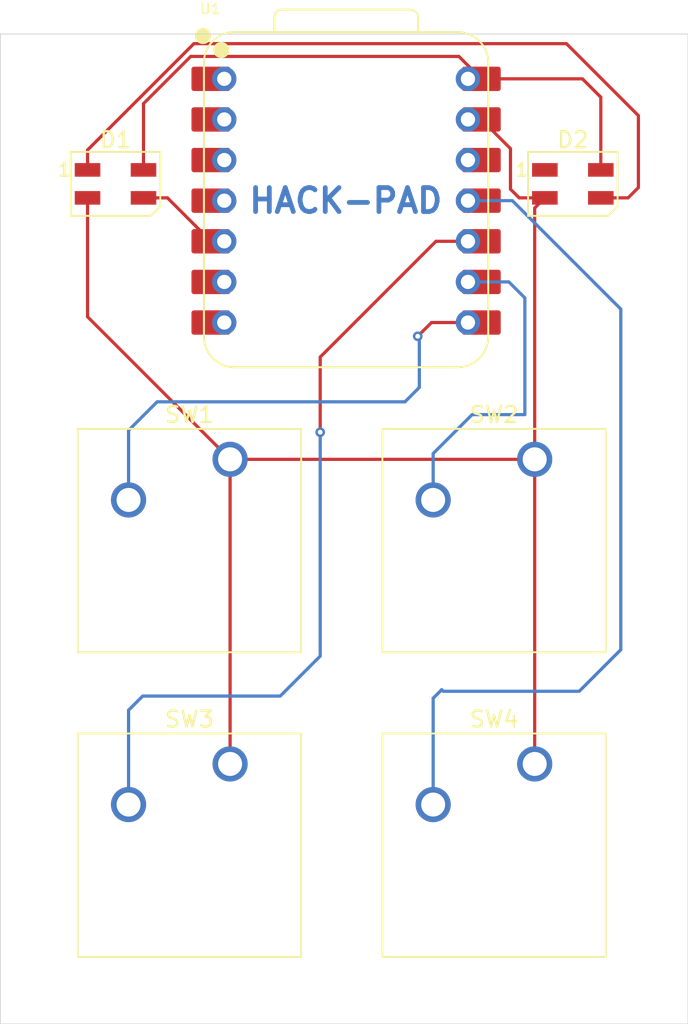
<source format=kicad_pcb>
(kicad_pcb (version 20241229) (generator "pcbnew") (generator_version "9.0")
  (layers (0 "F.Cu" signal) (2 "B.Cu" signal) (13 "F.Paste" user) (15 "B.Paste" user) (5 "F.SilkS" user "F.Silkscreen") (7 "B.SilkS" user "B.Silkscreen") (1 "F.Mask" user) (3 "B.Mask" user) (25 "Edge.Cuts" user))
  (net 0 "")
  (net 1 "GND")
  (net 2 "Net-(D1-DOUT)")
  (net 3 "+5V")
  (net 4 "Net-(D1-DIN)")
  (net 6 "Net-(U1-GPIO1{slash}RX)")
  (net 7 "Net-(U1-GPIO2{slash}SCK)")
  (net 8 "Net-(U1-GPIO4{slash}MISO)")
  (net 9 "Net-(U1-GPIO3{slash}MOSI)")
  (footprint "LED_SMD:LED_SK6812MINI_PLCC4_3.5x3.5mm_P1.75mm" (layer "F.Cu") (at 147.8 82.46875)
    (property "Reference" "D2" (at 0 -2.75 0) (layer "F.SilkS"))
    (property "Value" "SK6812MINI")
    (fp_line (start -2.8 -2) (end -2.8 2) (stroke (width 0.12)) (layer "F.SilkS"))
    (fp_line (start -2.8 -2) (end 2.8 -2) (stroke (width 0.12)) (layer "F.SilkS"))
    (fp_line (start -2.8 2) (end 2.2 2) (stroke (width 0.12)) (layer "F.SilkS"))
    (fp_line (start 2.8 1.4) (end 2.2 2) (stroke (width 0.12)) (layer "F.SilkS"))
    (fp_line (start 2.8 1.4) (end 2.8 -2) (stroke (width 0.12)) (layer "F.SilkS"))
    (fp_text user "1" (at -3.2 -0.875 0) (layer "F.SilkS") (effects (font (size 0.8 0.8))))
    (pad "1" smd rect (at -1.75 -0.875) (size 1.6 0.85) (layers "F.Cu" "F.Mask" "F.Paste"))
    (pad "2" smd rect (at -1.75 0.875) (size 1.6 0.85) (layers "F.Cu" "F.Mask" "F.Paste") (net 1 "GND"))
    (pad "3" smd rect (at 1.75 0.875) (size 1.6 0.85) (layers "F.Cu" "F.Mask" "F.Paste") (net 2 "Net-(D1-DOUT)"))
    (pad "4" smd rect (at 1.75 -0.875) (size 1.6 0.85) (layers "F.Cu" "F.Mask" "F.Paste") (net 3 "+5V"))
  )
  (footprint "Button_Switch_Keyboard:SW_Cherry_MX_1.00u_PCB" (layer "F.Cu") (at 126.365 99.695)
    (property "Reference" "SW1" (at -2.54 -2.794 0) (layer "F.SilkS"))
    (property "Value" "SW_Push")
    (fp_line (start -9.525 -1.905) (end 4.445 -1.905) (stroke (width 0.12)) (layer "F.SilkS"))
    (fp_line (start -9.525 12.065) (end -9.525 -1.905) (stroke (width 0.12)) (layer "F.SilkS"))
    (fp_line (start 4.445 -1.905) (end 4.445 12.065) (stroke (width 0.12)) (layer "F.SilkS"))
    (fp_line (start 4.445 12.065) (end -9.525 12.065) (stroke (width 0.12)) (layer "F.SilkS"))
    (pad "" np_thru_hole circle (at -7.62 5.08) (size 1.7 1.7) (drill 1.7) (layers "*.Cu" "*.Mask"))
    (pad "" np_thru_hole circle (at -2.54 5.08) (size 4 4) (drill 4) (layers "*.Cu" "*.Mask"))
    (pad "" np_thru_hole circle (at 2.54 5.08) (size 1.7 1.7) (drill 1.7) (layers "*.Cu" "*.Mask"))
    (pad "1" thru_hole circle (at 0 0) (size 2.2 2.2) (drill 1.5) (layers "*.Cu" "*.Mask") (net 1 "GND"))
    (pad "2" thru_hole circle (at -6.35 2.54) (size 2.2 2.2) (drill 1.5) (layers "*.Cu" "*.Mask") (net 6 "Net-(U1-GPIO1{slash}RX)"))
  )
  (footprint "Button_Switch_Keyboard:SW_Cherry_MX_1.00u_PCB" (layer "F.Cu") (at 145.415 99.695)
    (property "Reference" "SW2" (at -2.54 -2.794 0) (layer "F.SilkS"))
    (property "Value" "SW_Push")
    (fp_line (start -9.525 -1.905) (end 4.445 -1.905) (stroke (width 0.12)) (layer "F.SilkS"))
    (fp_line (start -9.525 12.065) (end -9.525 -1.905) (stroke (width 0.12)) (layer "F.SilkS"))
    (fp_line (start 4.445 -1.905) (end 4.445 12.065) (stroke (width 0.12)) (layer "F.SilkS"))
    (fp_line (start 4.445 12.065) (end -9.525 12.065) (stroke (width 0.12)) (layer "F.SilkS"))
    (pad "" np_thru_hole circle (at -7.62 5.08) (size 1.7 1.7) (drill 1.7) (layers "*.Cu" "*.Mask"))
    (pad "" np_thru_hole circle (at -2.54 5.08) (size 4 4) (drill 4) (layers "*.Cu" "*.Mask"))
    (pad "" np_thru_hole circle (at 2.54 5.08) (size 1.7 1.7) (drill 1.7) (layers "*.Cu" "*.Mask"))
    (pad "1" thru_hole circle (at 0 0) (size 2.2 2.2) (drill 1.5) (layers "*.Cu" "*.Mask") (net 1 "GND"))
    (pad "2" thru_hole circle (at -6.35 2.54) (size 2.2 2.2) (drill 1.5) (layers "*.Cu" "*.Mask") (net 7 "Net-(U1-GPIO2{slash}SCK)"))
  )
  (footprint "Button_Switch_Keyboard:SW_Cherry_MX_1.00u_PCB" (layer "F.Cu") (at 126.365 118.745)
    (property "Reference" "SW3" (at -2.54 -2.794 0) (layer "F.SilkS"))
    (property "Value" "SW_Push")
    (fp_line (start -9.525 -1.905) (end 4.445 -1.905) (stroke (width 0.12)) (layer "F.SilkS"))
    (fp_line (start -9.525 12.065) (end -9.525 -1.905) (stroke (width 0.12)) (layer "F.SilkS"))
    (fp_line (start 4.445 -1.905) (end 4.445 12.065) (stroke (width 0.12)) (layer "F.SilkS"))
    (fp_line (start 4.445 12.065) (end -9.525 12.065) (stroke (width 0.12)) (layer "F.SilkS"))
    (pad "" np_thru_hole circle (at -7.62 5.08) (size 1.7 1.7) (drill 1.7) (layers "*.Cu" "*.Mask"))
    (pad "" np_thru_hole circle (at -2.54 5.08) (size 4 4) (drill 4) (layers "*.Cu" "*.Mask"))
    (pad "" np_thru_hole circle (at 2.54 5.08) (size 1.7 1.7) (drill 1.7) (layers "*.Cu" "*.Mask"))
    (pad "1" thru_hole circle (at 0 0) (size 2.2 2.2) (drill 1.5) (layers "*.Cu" "*.Mask") (net 1 "GND"))
    (pad "2" thru_hole circle (at -6.35 2.54) (size 2.2 2.2) (drill 1.5) (layers "*.Cu" "*.Mask") (net 8 "Net-(U1-GPIO4{slash}MISO)"))
  )
  (footprint "Button_Switch_Keyboard:SW_Cherry_MX_1.00u_PCB" (layer "F.Cu") (at 145.415 118.745)
    (property "Reference" "SW4" (at -2.54 -2.794 0) (layer "F.SilkS"))
    (property "Value" "SW_Push")
    (fp_line (start -9.525 -1.905) (end 4.445 -1.905) (stroke (width 0.12)) (layer "F.SilkS"))
    (fp_line (start -9.525 12.065) (end -9.525 -1.905) (stroke (width 0.12)) (layer "F.SilkS"))
    (fp_line (start 4.445 -1.905) (end 4.445 12.065) (stroke (width 0.12)) (layer "F.SilkS"))
    (fp_line (start 4.445 12.065) (end -9.525 12.065) (stroke (width 0.12)) (layer "F.SilkS"))
    (pad "" np_thru_hole circle (at -7.62 5.08) (size 1.7 1.7) (drill 1.7) (layers "*.Cu" "*.Mask"))
    (pad "" np_thru_hole circle (at -2.54 5.08) (size 4 4) (drill 4) (layers "*.Cu" "*.Mask"))
    (pad "" np_thru_hole circle (at 2.54 5.08) (size 1.7 1.7) (drill 1.7) (layers "*.Cu" "*.Mask"))
    (pad "1" thru_hole circle (at 0 0) (size 2.2 2.2) (drill 1.5) (layers "*.Cu" "*.Mask") (net 1 "GND"))
    (pad "2" thru_hole circle (at -6.35 2.54) (size 2.2 2.2) (drill 1.5) (layers "*.Cu" "*.Mask") (net 9 "Net-(U1-GPIO3{slash}MOSI)"))
  )
  (footprint "LED_SMD:LED_SK6812MINI_PLCC4_3.5x3.5mm_P1.75mm" (layer "F.Cu") (at 119.2 82.46875)
    (property "Reference" "D1" (at 0 -2.75 0) (layer "F.SilkS"))
    (property "Value" "SK6812MINI")
    (fp_line (start -2.8 -2) (end -2.8 2) (stroke (width 0.12)) (layer "F.SilkS"))
    (fp_line (start -2.8 -2) (end 2.8 -2) (stroke (width 0.12)) (layer "F.SilkS"))
    (fp_line (start -2.8 2) (end 2.2 2) (stroke (width 0.12)) (layer "F.SilkS"))
    (fp_line (start 2.8 1.4) (end 2.2 2) (stroke (width 0.12)) (layer "F.SilkS"))
    (fp_line (start 2.8 1.4) (end 2.8 -2) (stroke (width 0.12)) (layer "F.SilkS"))
    (fp_text user "1" (at -3.2 -0.875 0) (layer "F.SilkS") (effects (font (size 0.8 0.8))))
    (pad "1" smd rect (at -1.75 -0.875) (size 1.6 0.85) (layers "F.Cu" "F.Mask" "F.Paste") (net 2 "Net-(D1-DOUT)"))
    (pad "2" smd rect (at -1.75 0.875) (size 1.6 0.85) (layers "F.Cu" "F.Mask" "F.Paste") (net 1 "GND"))
    (pad "3" smd rect (at 1.75 0.875) (size 1.6 0.85) (layers "F.Cu" "F.Mask" "F.Paste") (net 4 "Net-(D1-DIN)"))
    (pad "4" smd rect (at 1.75 -0.875) (size 1.6 0.85) (layers "F.Cu" "F.Mask" "F.Paste") (net 3 "+5V"))
  )
  (footprint "OPL:XIAO-RP2040-DIP" (layer "F.Cu") (at 133.62 83.52)
    (property "Reference" "U1" (at -8.5 -12 0) (layer "F.SilkS") (effects (font (size 0.635 0.635) (thickness 0.1016))))
    (property "Value" "XIAO-RP2040-DIP")
    (fp_line (start -8.89 8.509) (end -8.89 -8.636) (stroke (width 0.127)) (layer "F.SilkS"))
    (fp_line (start -6.985 10.414) (end 6.985 10.414) (stroke (width 0.127)) (layer "F.SilkS"))
    (fp_line (start -4.495 -10.541) (end -4.491272 -11.451272) (stroke (width 0.127)) (layer "F.SilkS"))
    (fp_line (start -3.991272 -11.951) (end 4.004 -11.951) (stroke (width 0.127)) (layer "F.SilkS"))
    (fp_line (start 4.504 -11.451) (end 4.504 -10.541) (stroke (width 0.127)) (layer "F.SilkS"))
    (fp_line (start 6.985 -10.541) (end -6.985 -10.541) (stroke (width 0.1)) (layer "F.SilkS"))
    (fp_line (start 6.985 -10.541) (end -6.985 -10.541) (stroke (width 0.127)) (layer "F.SilkS"))
    (fp_line (start 8.89 8.509) (end 8.89 -8.636) (stroke (width 0.127)) (layer "F.SilkS"))
    (fp_arc (start -8.89 -8.636) (mid -8.332038 -9.983038) (end -6.985 -10.541) (stroke (width 0.127)) (layer "F.SilkS"))
    (fp_arc (start -6.985 10.414) (mid -8.332038 9.856038) (end -8.89 8.509) (stroke (width 0.127)) (layer "F.SilkS"))
    (fp_arc (start -4.491272 -11.451272) (mid -4.344728 -11.80464) (end -3.991272 -11.951) (stroke (width 0.127)) (layer "F.SilkS"))
    (fp_arc (start 4.004 -11.951) (mid 4.357553 -11.804553) (end 4.504 -11.451) (stroke (width 0.127)) (layer "F.SilkS"))
    (fp_arc (start 6.985 -10.541) (mid 8.332038 -9.983038) (end 8.89 -8.636) (stroke (width 0.127)) (layer "F.SilkS"))
    (fp_arc (start 8.89 8.509) (mid 8.332038 9.856038) (end 6.985 10.414) (stroke (width 0.127)) (layer "F.SilkS"))
    (fp_circle (center -8.95 -10.3) (end -8.95 -10.554) (stroke (width 0.5)) (fill yes) (layer "F.SilkS"))
    (fp_circle (center -7.807 -9.42) (end -7.807 -9.674) (stroke (width 0.5)) (fill yes) (layer "F.SilkS"))
    (pad "1" smd roundrect (at -8.455 -7.62 180) (size 2.432 1.524) (layers "F.Cu" "F.Mask") (roundrect_rratio 0.1))
    (pad "1" thru_hole circle (at -7.62 -7.62 180) (size 1.524 1.524) (drill 0.889) (layers "*.Cu" "*.Mask"))
    (pad "2" smd roundrect (at -8.455 -5.08 180) (size 2.432 1.524) (layers "F.Cu" "F.Mask") (roundrect_rratio 0.1))
    (pad "2" thru_hole circle (at -7.62 -5.08 180) (size 1.524 1.524) (drill 0.889) (layers "*.Cu" "*.Mask"))
    (pad "3" smd roundrect (at -8.455 -2.54 180) (size 2.432 1.524) (layers "F.Cu" "F.Mask") (roundrect_rratio 0.1))
    (pad "3" thru_hole circle (at -7.62 -2.54 180) (size 1.524 1.524) (drill 0.889) (layers "*.Cu" "*.Mask"))
    (pad "4" smd roundrect (at -8.455 0 180) (size 2.432 1.524) (layers "F.Cu" "F.Mask") (roundrect_rratio 0.1))
    (pad "4" thru_hole circle (at -7.62 0 180) (size 1.524 1.524) (drill 0.889) (layers "*.Cu" "*.Mask"))
    (pad "5" smd roundrect (at -8.455 2.54 180) (size 2.432 1.524) (layers "F.Cu" "F.Mask") (roundrect_rratio 0.1) (net 4 "Net-(D1-DIN)"))
    (pad "5" thru_hole circle (at -7.62 2.54 180) (size 1.524 1.524) (drill 0.889) (layers "*.Cu" "*.Mask") (net 4 "Net-(D1-DIN)"))
    (pad "6" smd roundrect (at -8.455 5.08 180) (size 2.432 1.524) (layers "F.Cu" "F.Mask") (roundrect_rratio 0.1))
    (pad "6" thru_hole circle (at -7.62 5.08 180) (size 1.524 1.524) (drill 0.889) (layers "*.Cu" "*.Mask"))
    (pad "7" smd roundrect (at -8.455 7.62 180) (size 2.432 1.524) (layers "F.Cu" "F.Mask") (roundrect_rratio 0.1))
    (pad "7" thru_hole circle (at -7.62 7.62 180) (size 1.524 1.524) (drill 0.889) (layers "*.Cu" "*.Mask"))
    (pad "8" thru_hole circle (at 7.62 7.62) (size 1.524 1.524) (drill 0.889) (layers "*.Cu" "*.Mask") (net 6 "Net-(U1-GPIO1{slash}RX)"))
    (pad "8" smd roundrect (at 8.455 7.62) (size 2.432 1.524) (layers "F.Cu" "F.Mask") (roundrect_rratio 0.1) (net 6 "Net-(U1-GPIO1{slash}RX)"))
    (pad "9" thru_hole circle (at 7.62 5.08) (size 1.524 1.524) (drill 0.889) (layers "*.Cu" "*.Mask") (net 7 "Net-(U1-GPIO2{slash}SCK)"))
    (pad "9" smd roundrect (at 8.455 5.08) (size 2.432 1.524) (layers "F.Cu" "F.Mask") (roundrect_rratio 0.1) (net 7 "Net-(U1-GPIO2{slash}SCK)"))
    (pad "10" thru_hole circle (at 7.62 2.54) (size 1.524 1.524) (drill 0.889) (layers "*.Cu" "*.Mask") (net 8 "Net-(U1-GPIO4{slash}MISO)"))
    (pad "10" smd roundrect (at 8.455 2.54) (size 2.432 1.524) (layers "F.Cu" "F.Mask") (roundrect_rratio 0.1) (net 8 "Net-(U1-GPIO4{slash}MISO)"))
    (pad "11" thru_hole circle (at 7.62 0) (size 1.524 1.524) (drill 0.889) (layers "*.Cu" "*.Mask") (net 9 "Net-(U1-GPIO3{slash}MOSI)"))
    (pad "11" smd roundrect (at 8.455 0) (size 2.432 1.524) (layers "F.Cu" "F.Mask") (roundrect_rratio 0.1) (net 9 "Net-(U1-GPIO3{slash}MOSI)"))
    (pad "12" thru_hole circle (at 7.62 -2.54) (size 1.524 1.524) (drill 0.889) (layers "*.Cu" "*.Mask"))
    (pad "12" smd roundrect (at 8.455 -2.54) (size 2.432 1.524) (layers "F.Cu" "F.Mask") (roundrect_rratio 0.1))
    (pad "13" thru_hole circle (at 7.62 -5.08) (size 1.524 1.524) (drill 0.889) (layers "*.Cu" "*.Mask") (net 1 "GND"))
    (pad "13" smd roundrect (at 8.455 -5.08) (size 2.432 1.524) (layers "F.Cu" "F.Mask") (roundrect_rratio 0.1) (net 1 "GND"))
    (pad "14" thru_hole circle (at 7.62 -7.62) (size 1.524 1.524) (drill 0.889) (layers "*.Cu" "*.Mask") (net 3 "+5V"))
    (pad "14" smd roundrect (at 8.455 -7.62) (size 2.432 1.524) (layers "F.Cu" "F.Mask") (roundrect_rratio 0.1) (net 3 "+5V"))
  )
  (gr_rect (start 112 73.1) (end 155 135) (stroke (width 0.05)) (fill no) (layer "Edge.Cuts"))
  (gr_text "HACK-PAD" (at 139.8 84.4 -0) (layer "B.Cu") (effects (font (size 1.5 1.5) (thickness 0.3) (bold yes)) (justify right bottom)))
  (segment (start 126.365 99.695) (end 117.45 90.78) (width 0.2) (layer "F.Cu") (net 1))
  (segment (start 145.415 99.695) (end 126.365 99.695) (width 0.2) (layer "F.Cu") (net 1))
  (segment (start 143.9 82.8) (end 144.44375 83.34375) (width 0.2) (layer "F.Cu") (net 1))
  (segment (start 145.415 99.695) (end 145.415 83.97875) (width 0.2) (layer "F.Cu") (net 1))
  (segment (start 145.415 83.97875) (end 146.05 83.34375) (width 0.2) (layer "F.Cu") (net 1))
  (segment (start 142.075 78.44) (end 143.9 80.265) (width 0.2) (layer "F.Cu") (net 1))
  (segment (start 144.44375 83.34375) (end 146.05 83.34375) (width 0.2) (layer "F.Cu") (net 1))
  (segment (start 126.365 118.745) (end 126.365 99.695) (width 0.2) (layer "F.Cu") (net 1))
  (segment (start 143.9 80.265) (end 143.9 82.8) (width 0.2) (layer "F.Cu") (net 1))
  (segment (start 117.45 90.78) (end 117.45 83.34375) (width 0.2) (layer "F.Cu") (net 1))
  (segment (start 145.415 118.745) (end 145.415 99.695) (width 0.2) (layer "F.Cu") (net 1))
  (segment (start 149.55 83.34375) (end 151.25625 83.34375) (width 0.2) (layer "F.Cu") (net 2))
  (segment (start 151.25625 83.34375) (end 151.9 82.7) (width 0.2) (layer "F.Cu") (net 2))
  (segment (start 151.9 82.7) (end 151.9 78.2) (width 0.2) (layer "F.Cu") (net 2))
  (segment (start 147.401 73.701) (end 124.1 73.701) (width 0.2) (layer "F.Cu") (net 2))
  (segment (start 124.1 73.701) (end 117.45 80.351) (width 0.2) (layer "F.Cu") (net 2))
  (segment (start 151.9 78.2) (end 147.401 73.701) (width 0.2) (layer "F.Cu") (net 2))
  (segment (start 117.45 80.351) (end 117.45 81.59375) (width 0.2) (layer "F.Cu") (net 2))
  (segment (start 148.4 75.9) (end 149.55 77.05) (width 0.2) (layer "F.Cu") (net 3))
  (segment (start 123.9 74.5) (end 140.675 74.5) (width 0.2) (layer "F.Cu") (net 3))
  (segment (start 120.95 81.59375) (end 120.95 77.45) (width 0.2) (layer "F.Cu") (net 3))
  (segment (start 149.55 77.05) (end 149.55 81.59375) (width 0.2) (layer "F.Cu") (net 3))
  (segment (start 140.675 74.5) (end 142.075 75.9) (width 0.2) (layer "F.Cu") (net 3))
  (segment (start 142.075 75.9) (end 148.4 75.9) (width 0.2) (layer "F.Cu") (net 3))
  (segment (start 120.95 77.45) (end 123.9 74.5) (width 0.2) (layer "F.Cu") (net 3))
  (segment (start 122.44875 83.34375) (end 125.165 86.06) (width 0.2) (layer "F.Cu") (net 4))
  (segment (start 120.95 83.34375) (end 122.44875 83.34375) (width 0.2) (layer "F.Cu") (net 4))
  (segment (start 138.96 91.14) (end 138.1 92) (width 0.2) (layer "F.Cu") (net 6))
  (segment (start 141.24 91.14) (end 138.96 91.14) (width 0.2) (layer "F.Cu") (net 6))
  (via (at 138.1 92) (size 0.6) (drill 0.3) (layers "F.Cu" "B.Cu") (net 6))
  (segment (start 121.8 96.1) (end 137.3 96.1) (width 0.2) (layer "B.Cu") (net 6))
  (segment (start 138.2 95.2) (end 138.2 92.1) (width 0.2) (layer "B.Cu") (net 6))
  (segment (start 120.015 102.235) (end 120.015 97.885) (width 0.2) (layer "B.Cu") (net 6))
  (segment (start 137.3 96.1) (end 138.2 95.2) (width 0.2) (layer "B.Cu") (net 6))
  (segment (start 120.015 97.885) (end 121.8 96.1) (width 0.2) (layer "B.Cu") (net 6))
  (segment (start 138.2 92.1) (end 138.1 92) (width 0.2) (layer "B.Cu") (net 6))
  (segment (start 139.065 99.335) (end 139.065 102.235) (width 0.2) (layer "B.Cu") (net 7))
  (segment (start 144.8 89.6) (end 144.8 96.9) (width 0.2) (layer "B.Cu") (net 7))
  (segment (start 143.8 88.6) (end 144.8 89.6) (width 0.2) (layer "B.Cu") (net 7))
  (segment (start 144.8 96.9) (end 141.5 96.9) (width 0.2) (layer "B.Cu") (net 7))
  (segment (start 141.24 88.6) (end 143.8 88.6) (width 0.2) (layer "B.Cu") (net 7))
  (segment (start 141.5 96.9) (end 139.065 99.335) (width 0.2) (layer "B.Cu") (net 7))
  (segment (start 132 93.3) (end 132 98) (width 0.2) (layer "F.Cu") (net 8))
  (segment (start 141.24 86.06) (end 139.24 86.06) (width 0.2) (layer "F.Cu") (net 8))
  (segment (start 133.2 92.1) (end 132 93.3) (width 0.2) (layer "F.Cu") (net 8))
  (segment (start 139.24 86.06) (end 133.2 92.1) (width 0.2) (layer "F.Cu") (net 8))
  (via (at 132 98) (size 0.6) (drill 0.3) (layers "F.Cu" "B.Cu") (net 8))
  (segment (start 129.5 114.5) (end 132 112) (width 0.2) (layer "B.Cu") (net 8))
  (segment (start 120.015 115.385) (end 120.9 114.5) (width 0.2) (layer "B.Cu") (net 8))
  (segment (start 132 112) (end 132 98) (width 0.2) (layer "B.Cu") (net 8))
  (segment (start 120.015 121.285) (end 120.015 115.385) (width 0.2) (layer "B.Cu") (net 8))
  (segment (start 120.9 114.5) (end 129.5 114.5) (width 0.2) (layer "B.Cu") (net 8))
  (segment (start 141.24 83.52) (end 144.02 83.52) (width 0.2) (layer "B.Cu") (net 9))
  (segment (start 139.7 114.2) (end 139.6 114.1) (width 0.2) (layer "B.Cu") (net 9))
  (segment (start 139.065 114.635) (end 139.065 121.285) (width 0.2) (layer "B.Cu") (net 9))
  (segment (start 150.8 111.6) (end 148.2 114.2) (width 0.2) (layer "B.Cu") (net 9))
  (segment (start 150.8 90.3) (end 150.8 111.6) (width 0.2) (layer "B.Cu") (net 9))
  (segment (start 148.2 114.2) (end 139.7 114.2) (width 0.2) (layer "B.Cu") (net 9))
  (segment (start 144.02 83.52) (end 150.8 90.3) (width 0.2) (layer "B.Cu") (net 9))
  (segment (start 139.6 114.1) (end 139.065 114.635) (width 0.2) (layer "B.Cu") (net 9))
)
</source>
